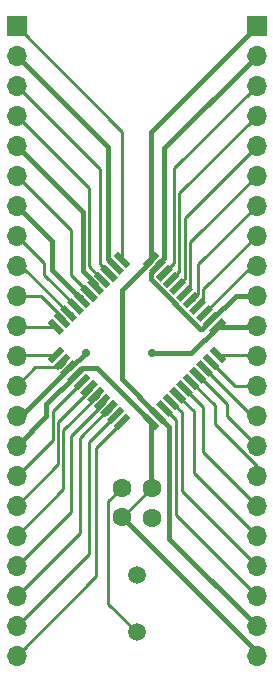
<source format=gtl>
%TF.GenerationSoftware,KiCad,Pcbnew,(5.1.7)-1*%
%TF.CreationDate,2020-11-07T21:13:55-05:00*%
%TF.ProjectId,ATmega32u4 Breakout,41546d65-6761-4333-9275-342042726561,rev?*%
%TF.SameCoordinates,Original*%
%TF.FileFunction,Copper,L1,Top*%
%TF.FilePolarity,Positive*%
%FSLAX46Y46*%
G04 Gerber Fmt 4.6, Leading zero omitted, Abs format (unit mm)*
G04 Created by KiCad (PCBNEW (5.1.7)-1) date 2020-11-07 21:13:55*
%MOMM*%
%LPD*%
G01*
G04 APERTURE LIST*
%TA.AperFunction,ComponentPad*%
%ADD10C,1.500000*%
%TD*%
%TA.AperFunction,SMDPad,CuDef*%
%ADD11C,0.100000*%
%TD*%
%TA.AperFunction,ComponentPad*%
%ADD12R,1.700000X1.700000*%
%TD*%
%TA.AperFunction,ComponentPad*%
%ADD13O,1.700000X1.700000*%
%TD*%
%TA.AperFunction,ComponentPad*%
%ADD14C,1.600000*%
%TD*%
%TA.AperFunction,ViaPad*%
%ADD15C,0.700000*%
%TD*%
%TA.AperFunction,ViaPad*%
%ADD16C,0.800000*%
%TD*%
%TA.AperFunction,Conductor*%
%ADD17C,0.250000*%
%TD*%
%TA.AperFunction,Conductor*%
%ADD18C,0.400000*%
%TD*%
G04 APERTURE END LIST*
D10*
%TO.P,Y1,1*%
%TO.N,XTAL1*%
X141986000Y-117602000D03*
%TO.P,Y1,2*%
%TO.N,XTAL2*%
X141986000Y-122482000D03*
%TD*%
%TA.AperFunction,SMDPad,CuDef*%
D11*
%TO.P,U1,1*%
%TO.N,D7*%
G36*
X140059134Y-90595188D02*
G01*
X140448042Y-90206280D01*
X141508702Y-91266940D01*
X141119794Y-91655848D01*
X140059134Y-90595188D01*
G37*
%TD.AperFunction*%
%TA.AperFunction,SMDPad,CuDef*%
%TO.P,U1,2*%
%TO.N,UVCC*%
G36*
X139493449Y-91160874D02*
G01*
X139882357Y-90771966D01*
X140943017Y-91832626D01*
X140554109Y-92221534D01*
X139493449Y-91160874D01*
G37*
%TD.AperFunction*%
%TA.AperFunction,SMDPad,CuDef*%
%TO.P,U1,3*%
%TO.N,D-*%
G36*
X138927764Y-91726559D02*
G01*
X139316672Y-91337651D01*
X140377332Y-92398311D01*
X139988424Y-92787219D01*
X138927764Y-91726559D01*
G37*
%TD.AperFunction*%
%TA.AperFunction,SMDPad,CuDef*%
%TO.P,U1,4*%
%TO.N,D+*%
G36*
X138362078Y-92292244D02*
G01*
X138750986Y-91903336D01*
X139811646Y-92963996D01*
X139422738Y-93352904D01*
X138362078Y-92292244D01*
G37*
%TD.AperFunction*%
%TA.AperFunction,SMDPad,CuDef*%
%TO.P,U1,5*%
%TO.N,UGND*%
G36*
X137796393Y-92857930D02*
G01*
X138185301Y-92469022D01*
X139245961Y-93529682D01*
X138857053Y-93918590D01*
X137796393Y-92857930D01*
G37*
%TD.AperFunction*%
%TA.AperFunction,SMDPad,CuDef*%
%TO.P,U1,6*%
%TO.N,UCAP*%
G36*
X137230707Y-93423615D02*
G01*
X137619615Y-93034707D01*
X138680275Y-94095367D01*
X138291367Y-94484275D01*
X137230707Y-93423615D01*
G37*
%TD.AperFunction*%
%TA.AperFunction,SMDPad,CuDef*%
%TO.P,U1,7*%
%TO.N,VBUS*%
G36*
X136665022Y-93989301D02*
G01*
X137053930Y-93600393D01*
X138114590Y-94661053D01*
X137725682Y-95049961D01*
X136665022Y-93989301D01*
G37*
%TD.AperFunction*%
%TA.AperFunction,SMDPad,CuDef*%
%TO.P,U1,8*%
%TO.N,PB0*%
G36*
X136099336Y-94554986D02*
G01*
X136488244Y-94166078D01*
X137548904Y-95226738D01*
X137159996Y-95615646D01*
X136099336Y-94554986D01*
G37*
%TD.AperFunction*%
%TA.AperFunction,SMDPad,CuDef*%
%TO.P,U1,9*%
%TO.N,PB1*%
G36*
X135533651Y-95120672D02*
G01*
X135922559Y-94731764D01*
X136983219Y-95792424D01*
X136594311Y-96181332D01*
X135533651Y-95120672D01*
G37*
%TD.AperFunction*%
%TA.AperFunction,SMDPad,CuDef*%
%TO.P,U1,10*%
%TO.N,PB2*%
G36*
X134967966Y-95686357D02*
G01*
X135356874Y-95297449D01*
X136417534Y-96358109D01*
X136028626Y-96747017D01*
X134967966Y-95686357D01*
G37*
%TD.AperFunction*%
%TA.AperFunction,SMDPad,CuDef*%
%TO.P,U1,11*%
%TO.N,PB3*%
G36*
X134402280Y-96252042D02*
G01*
X134791188Y-95863134D01*
X135851848Y-96923794D01*
X135462940Y-97312702D01*
X134402280Y-96252042D01*
G37*
%TD.AperFunction*%
%TA.AperFunction,SMDPad,CuDef*%
%TO.P,U1,12*%
%TO.N,PB7*%
G36*
X134791188Y-99716866D02*
G01*
X134402280Y-99327958D01*
X135462940Y-98267298D01*
X135851848Y-98656206D01*
X134791188Y-99716866D01*
G37*
%TD.AperFunction*%
%TA.AperFunction,SMDPad,CuDef*%
%TO.P,U1,13*%
%TO.N,RESET*%
G36*
X135356874Y-100282551D02*
G01*
X134967966Y-99893643D01*
X136028626Y-98832983D01*
X136417534Y-99221891D01*
X135356874Y-100282551D01*
G37*
%TD.AperFunction*%
%TA.AperFunction,SMDPad,CuDef*%
%TO.P,U1,14*%
%TO.N,VCC*%
G36*
X135922559Y-100848236D02*
G01*
X135533651Y-100459328D01*
X136594311Y-99398668D01*
X136983219Y-99787576D01*
X135922559Y-100848236D01*
G37*
%TD.AperFunction*%
%TA.AperFunction,SMDPad,CuDef*%
%TO.P,U1,15*%
%TO.N,GND*%
G36*
X136488244Y-101413922D02*
G01*
X136099336Y-101025014D01*
X137159996Y-99964354D01*
X137548904Y-100353262D01*
X136488244Y-101413922D01*
G37*
%TD.AperFunction*%
%TA.AperFunction,SMDPad,CuDef*%
%TO.P,U1,16*%
%TO.N,XTAL2*%
G36*
X137053930Y-101979607D02*
G01*
X136665022Y-101590699D01*
X137725682Y-100530039D01*
X138114590Y-100918947D01*
X137053930Y-101979607D01*
G37*
%TD.AperFunction*%
%TA.AperFunction,SMDPad,CuDef*%
%TO.P,U1,17*%
%TO.N,XTAL1*%
G36*
X137619615Y-102545293D02*
G01*
X137230707Y-102156385D01*
X138291367Y-101095725D01*
X138680275Y-101484633D01*
X137619615Y-102545293D01*
G37*
%TD.AperFunction*%
%TA.AperFunction,SMDPad,CuDef*%
%TO.P,U1,18*%
%TO.N,PD0*%
G36*
X138185301Y-103110978D02*
G01*
X137796393Y-102722070D01*
X138857053Y-101661410D01*
X139245961Y-102050318D01*
X138185301Y-103110978D01*
G37*
%TD.AperFunction*%
%TA.AperFunction,SMDPad,CuDef*%
%TO.P,U1,19*%
%TO.N,PD1*%
G36*
X138750986Y-103676664D02*
G01*
X138362078Y-103287756D01*
X139422738Y-102227096D01*
X139811646Y-102616004D01*
X138750986Y-103676664D01*
G37*
%TD.AperFunction*%
%TA.AperFunction,SMDPad,CuDef*%
%TO.P,U1,20*%
%TO.N,PD2*%
G36*
X139316672Y-104242349D02*
G01*
X138927764Y-103853441D01*
X139988424Y-102792781D01*
X140377332Y-103181689D01*
X139316672Y-104242349D01*
G37*
%TD.AperFunction*%
%TA.AperFunction,SMDPad,CuDef*%
%TO.P,U1,21*%
%TO.N,PD3*%
G36*
X139882357Y-104808034D02*
G01*
X139493449Y-104419126D01*
X140554109Y-103358466D01*
X140943017Y-103747374D01*
X139882357Y-104808034D01*
G37*
%TD.AperFunction*%
%TA.AperFunction,SMDPad,CuDef*%
%TO.P,U1,22*%
%TO.N,PD5*%
G36*
X140448042Y-105373720D02*
G01*
X140059134Y-104984812D01*
X141119794Y-103924152D01*
X141508702Y-104313060D01*
X140448042Y-105373720D01*
G37*
%TD.AperFunction*%
%TA.AperFunction,SMDPad,CuDef*%
%TO.P,U1,23*%
%TO.N,GND*%
G36*
X142463298Y-104313060D02*
G01*
X142852206Y-103924152D01*
X143912866Y-104984812D01*
X143523958Y-105373720D01*
X142463298Y-104313060D01*
G37*
%TD.AperFunction*%
%TA.AperFunction,SMDPad,CuDef*%
%TO.P,U1,24*%
%TO.N,AVCC*%
G36*
X143028983Y-103747374D02*
G01*
X143417891Y-103358466D01*
X144478551Y-104419126D01*
X144089643Y-104808034D01*
X143028983Y-103747374D01*
G37*
%TD.AperFunction*%
%TA.AperFunction,SMDPad,CuDef*%
%TO.P,U1,25*%
%TO.N,PD4*%
G36*
X143594668Y-103181689D02*
G01*
X143983576Y-102792781D01*
X145044236Y-103853441D01*
X144655328Y-104242349D01*
X143594668Y-103181689D01*
G37*
%TD.AperFunction*%
%TA.AperFunction,SMDPad,CuDef*%
%TO.P,U1,26*%
%TO.N,PD6*%
G36*
X144160354Y-102616004D02*
G01*
X144549262Y-102227096D01*
X145609922Y-103287756D01*
X145221014Y-103676664D01*
X144160354Y-102616004D01*
G37*
%TD.AperFunction*%
%TA.AperFunction,SMDPad,CuDef*%
%TO.P,U1,27*%
%TO.N,PD7*%
G36*
X144726039Y-102050318D02*
G01*
X145114947Y-101661410D01*
X146175607Y-102722070D01*
X145786699Y-103110978D01*
X144726039Y-102050318D01*
G37*
%TD.AperFunction*%
%TA.AperFunction,SMDPad,CuDef*%
%TO.P,U1,28*%
%TO.N,PB4*%
G36*
X145291725Y-101484633D02*
G01*
X145680633Y-101095725D01*
X146741293Y-102156385D01*
X146352385Y-102545293D01*
X145291725Y-101484633D01*
G37*
%TD.AperFunction*%
%TA.AperFunction,SMDPad,CuDef*%
%TO.P,U1,29*%
%TO.N,PB5*%
G36*
X145857410Y-100918947D02*
G01*
X146246318Y-100530039D01*
X147306978Y-101590699D01*
X146918070Y-101979607D01*
X145857410Y-100918947D01*
G37*
%TD.AperFunction*%
%TA.AperFunction,SMDPad,CuDef*%
%TO.P,U1,30*%
%TO.N,PB6*%
G36*
X146423096Y-100353262D02*
G01*
X146812004Y-99964354D01*
X147872664Y-101025014D01*
X147483756Y-101413922D01*
X146423096Y-100353262D01*
G37*
%TD.AperFunction*%
%TA.AperFunction,SMDPad,CuDef*%
%TO.P,U1,31*%
%TO.N,PC6*%
G36*
X146988781Y-99787576D02*
G01*
X147377689Y-99398668D01*
X148438349Y-100459328D01*
X148049441Y-100848236D01*
X146988781Y-99787576D01*
G37*
%TD.AperFunction*%
%TA.AperFunction,SMDPad,CuDef*%
%TO.P,U1,32*%
%TO.N,PC7*%
G36*
X147554466Y-99221891D02*
G01*
X147943374Y-98832983D01*
X149004034Y-99893643D01*
X148615126Y-100282551D01*
X147554466Y-99221891D01*
G37*
%TD.AperFunction*%
%TA.AperFunction,SMDPad,CuDef*%
%TO.P,U1,33*%
%TO.N,PE2*%
G36*
X148120152Y-98656206D02*
G01*
X148509060Y-98267298D01*
X149569720Y-99327958D01*
X149180812Y-99716866D01*
X148120152Y-98656206D01*
G37*
%TD.AperFunction*%
%TA.AperFunction,SMDPad,CuDef*%
%TO.P,U1,34*%
%TO.N,VCC*%
G36*
X148509060Y-97312702D02*
G01*
X148120152Y-96923794D01*
X149180812Y-95863134D01*
X149569720Y-96252042D01*
X148509060Y-97312702D01*
G37*
%TD.AperFunction*%
%TA.AperFunction,SMDPad,CuDef*%
%TO.P,U1,35*%
%TO.N,GND*%
G36*
X147943374Y-96747017D02*
G01*
X147554466Y-96358109D01*
X148615126Y-95297449D01*
X149004034Y-95686357D01*
X147943374Y-96747017D01*
G37*
%TD.AperFunction*%
%TA.AperFunction,SMDPad,CuDef*%
%TO.P,U1,36*%
%TO.N,PF7*%
G36*
X147377689Y-96181332D02*
G01*
X146988781Y-95792424D01*
X148049441Y-94731764D01*
X148438349Y-95120672D01*
X147377689Y-96181332D01*
G37*
%TD.AperFunction*%
%TA.AperFunction,SMDPad,CuDef*%
%TO.P,U1,37*%
%TO.N,PF6*%
G36*
X146812004Y-95615646D02*
G01*
X146423096Y-95226738D01*
X147483756Y-94166078D01*
X147872664Y-94554986D01*
X146812004Y-95615646D01*
G37*
%TD.AperFunction*%
%TA.AperFunction,SMDPad,CuDef*%
%TO.P,U1,38*%
%TO.N,PF5*%
G36*
X146246318Y-95049961D02*
G01*
X145857410Y-94661053D01*
X146918070Y-93600393D01*
X147306978Y-93989301D01*
X146246318Y-95049961D01*
G37*
%TD.AperFunction*%
%TA.AperFunction,SMDPad,CuDef*%
%TO.P,U1,39*%
%TO.N,PF4*%
G36*
X145680633Y-94484275D02*
G01*
X145291725Y-94095367D01*
X146352385Y-93034707D01*
X146741293Y-93423615D01*
X145680633Y-94484275D01*
G37*
%TD.AperFunction*%
%TA.AperFunction,SMDPad,CuDef*%
%TO.P,U1,40*%
%TO.N,PF1*%
G36*
X145114947Y-93918590D02*
G01*
X144726039Y-93529682D01*
X145786699Y-92469022D01*
X146175607Y-92857930D01*
X145114947Y-93918590D01*
G37*
%TD.AperFunction*%
%TA.AperFunction,SMDPad,CuDef*%
%TO.P,U1,41*%
%TO.N,PF0*%
G36*
X144549262Y-93352904D02*
G01*
X144160354Y-92963996D01*
X145221014Y-91903336D01*
X145609922Y-92292244D01*
X144549262Y-93352904D01*
G37*
%TD.AperFunction*%
%TA.AperFunction,SMDPad,CuDef*%
%TO.P,U1,42*%
%TO.N,AREF*%
G36*
X143983576Y-92787219D02*
G01*
X143594668Y-92398311D01*
X144655328Y-91337651D01*
X145044236Y-91726559D01*
X143983576Y-92787219D01*
G37*
%TD.AperFunction*%
%TA.AperFunction,SMDPad,CuDef*%
%TO.P,U1,43*%
%TO.N,GND*%
G36*
X143417891Y-92221534D02*
G01*
X143028983Y-91832626D01*
X144089643Y-90771966D01*
X144478551Y-91160874D01*
X143417891Y-92221534D01*
G37*
%TD.AperFunction*%
%TA.AperFunction,SMDPad,CuDef*%
%TO.P,U1,44*%
%TO.N,AVCC*%
G36*
X142852206Y-91655848D02*
G01*
X142463298Y-91266940D01*
X143523958Y-90206280D01*
X143912866Y-90595188D01*
X142852206Y-91655848D01*
G37*
%TD.AperFunction*%
%TD*%
D12*
%TO.P,J1,1*%
%TO.N,D7*%
X131826000Y-71120000D03*
D13*
%TO.P,J1,2*%
%TO.N,UVCC*%
X131826000Y-73660000D03*
%TO.P,J1,3*%
%TO.N,D-*%
X131826000Y-76200000D03*
%TO.P,J1,4*%
%TO.N,D+*%
X131826000Y-78740000D03*
%TO.P,J1,5*%
%TO.N,UGND*%
X131826000Y-81280000D03*
%TO.P,J1,6*%
%TO.N,UCAP*%
X131826000Y-83820000D03*
%TO.P,J1,7*%
%TO.N,VBUS*%
X131826000Y-86360000D03*
%TO.P,J1,8*%
%TO.N,PB0*%
X131826000Y-88900000D03*
%TO.P,J1,9*%
%TO.N,PB1*%
X131826000Y-91440000D03*
%TO.P,J1,10*%
%TO.N,PB2*%
X131826000Y-93980000D03*
%TO.P,J1,11*%
%TO.N,PB3*%
X131826000Y-96520000D03*
%TO.P,J1,12*%
%TO.N,PB7*%
X131826000Y-99060000D03*
%TO.P,J1,13*%
%TO.N,RESET*%
X131826000Y-101600000D03*
%TO.P,J1,14*%
%TO.N,VCC*%
X131826000Y-104140000D03*
%TO.P,J1,15*%
%TO.N,GND*%
X131826000Y-106680000D03*
%TO.P,J1,16*%
%TO.N,XTAL2*%
X131826000Y-109220000D03*
%TO.P,J1,17*%
%TO.N,XTAL1*%
X131826000Y-111760000D03*
%TO.P,J1,18*%
%TO.N,PD0*%
X131826000Y-114300000D03*
%TO.P,J1,19*%
%TO.N,PD1*%
X131826000Y-116840000D03*
%TO.P,J1,20*%
%TO.N,PD2*%
X131826000Y-119380000D03*
%TO.P,J1,21*%
%TO.N,PD3*%
X131826000Y-121920000D03*
%TO.P,J1,22*%
%TO.N,PD5*%
X131826000Y-124460000D03*
%TD*%
%TO.P,J2,22*%
%TO.N,GND*%
X152146000Y-124460000D03*
%TO.P,J2,21*%
%TO.N,AVCC*%
X152146000Y-121920000D03*
%TO.P,J2,20*%
%TO.N,PD4*%
X152146000Y-119380000D03*
%TO.P,J2,19*%
%TO.N,PD6*%
X152146000Y-116840000D03*
%TO.P,J2,18*%
%TO.N,PD7*%
X152146000Y-114300000D03*
%TO.P,J2,17*%
%TO.N,PB4*%
X152146000Y-111760000D03*
%TO.P,J2,16*%
%TO.N,PB5*%
X152146000Y-109220000D03*
%TO.P,J2,15*%
%TO.N,PB6*%
X152146000Y-106680000D03*
%TO.P,J2,14*%
%TO.N,PC6*%
X152146000Y-104140000D03*
%TO.P,J2,13*%
%TO.N,PC7*%
X152146000Y-101600000D03*
%TO.P,J2,12*%
%TO.N,PE2*%
X152146000Y-99060000D03*
%TO.P,J2,11*%
%TO.N,VCC*%
X152146000Y-96520000D03*
%TO.P,J2,10*%
%TO.N,GND*%
X152146000Y-93980000D03*
%TO.P,J2,9*%
%TO.N,PF7*%
X152146000Y-91440000D03*
%TO.P,J2,8*%
%TO.N,PF6*%
X152146000Y-88900000D03*
%TO.P,J2,7*%
%TO.N,PF5*%
X152146000Y-86360000D03*
%TO.P,J2,6*%
%TO.N,PF4*%
X152146000Y-83820000D03*
%TO.P,J2,5*%
%TO.N,PF1*%
X152146000Y-81280000D03*
%TO.P,J2,4*%
%TO.N,PF0*%
X152146000Y-78740000D03*
%TO.P,J2,3*%
%TO.N,AREF*%
X152146000Y-76200000D03*
%TO.P,J2,2*%
%TO.N,GND*%
X152146000Y-73660000D03*
D12*
%TO.P,J2,1*%
%TO.N,AVCC*%
X152146000Y-71120000D03*
%TD*%
D14*
%TO.P,C2,1*%
%TO.N,XTAL1*%
X143256000Y-112776000D03*
%TO.P,C2,2*%
%TO.N,GND*%
X143256000Y-110276000D03*
%TD*%
%TO.P,C1,2*%
%TO.N,GND*%
X140716000Y-112736000D03*
%TO.P,C1,1*%
%TO.N,XTAL2*%
X140716000Y-110236000D03*
%TD*%
D15*
%TO.N,VCC*%
X137668000Y-98806000D03*
X143256000Y-98806000D03*
D16*
%TO.N,XTAL1*%
X131826000Y-111760000D03*
%TD*%
D17*
%TO.N,D7*%
X140783918Y-80077918D02*
X131826000Y-71120000D01*
X140783918Y-90931064D02*
X140783918Y-80077918D01*
D18*
%TO.N,UVCC*%
X139559124Y-90837641D02*
X140218233Y-91496750D01*
X139559124Y-81393124D02*
X139559124Y-90837641D01*
X131826000Y-73660000D02*
X139559124Y-81393124D01*
D17*
%TO.N,D-*%
X138885612Y-91295499D02*
X139652548Y-92062435D01*
X138885612Y-83259612D02*
X138885612Y-91295499D01*
X131826000Y-76200000D02*
X138885612Y-83259612D01*
%TO.N,D+*%
X139086862Y-92628120D02*
X138602754Y-92144012D01*
X137939010Y-91480268D02*
X139086862Y-92628120D01*
X137939010Y-84853010D02*
X137939010Y-91480268D01*
X131826000Y-78740000D02*
X137939010Y-84853010D01*
D18*
%TO.N,UGND*%
X138521177Y-93017045D02*
X137414000Y-91909868D01*
X138521177Y-93193806D02*
X138521177Y-93017045D01*
X137414000Y-86868000D02*
X131826000Y-81280000D01*
X137414000Y-91909868D02*
X137414000Y-86868000D01*
D17*
%TO.N,UCAP*%
X136455990Y-88449990D02*
X131826000Y-83820000D01*
X136455990Y-92259990D02*
X136455990Y-88449990D01*
X137955491Y-93759491D02*
X136455990Y-92259990D01*
%TO.N,VBUS*%
X137389806Y-94325177D02*
X137389806Y-94042350D01*
D18*
X134795000Y-89329000D02*
X131826000Y-86360000D01*
X134795000Y-91765710D02*
X134795000Y-89329000D01*
X137354467Y-94325177D02*
X134795000Y-91765710D01*
X137389806Y-94325177D02*
X137354467Y-94325177D01*
D17*
%TO.N,PB0*%
X134169990Y-91243990D02*
X131826000Y-88900000D01*
X134169990Y-92236732D02*
X134169990Y-91243990D01*
X136824120Y-94890862D02*
X134169990Y-92236732D01*
%TO.N,PB1*%
X136229609Y-95456548D02*
X132210062Y-91437001D01*
X136512435Y-95456548D02*
X136229609Y-95456548D01*
%TO.N,PB2*%
X135946750Y-96022233D02*
X133901518Y-93977001D01*
X131828999Y-93977001D02*
X131826000Y-93980000D01*
X133901518Y-93977001D02*
X131828999Y-93977001D01*
%TO.N,PB3*%
X131893918Y-96587918D02*
X131826000Y-96520000D01*
X135127064Y-96587918D02*
X131893918Y-96587918D01*
%TO.N,PB7*%
X131893918Y-98992082D02*
X131826000Y-99060000D01*
X135127064Y-98992082D02*
X131893918Y-98992082D01*
%TO.N,RESET*%
X135946750Y-99557767D02*
X135462641Y-100041876D01*
X133384124Y-100041876D02*
X131826000Y-101600000D01*
X135208641Y-100041876D02*
X133384124Y-100041876D01*
X135692750Y-99557767D02*
X135208641Y-100041876D01*
D18*
%TO.N,VCC*%
X152078082Y-96587918D02*
X152146000Y-96520000D01*
X148844936Y-96587918D02*
X152078082Y-96587918D01*
X132241887Y-104140000D02*
X131826000Y-104140000D01*
X136258435Y-100123452D02*
X132241887Y-104140000D01*
X136350548Y-100123452D02*
X137668000Y-98806000D01*
X136258435Y-100123452D02*
X136350548Y-100123452D01*
X146626854Y-98806000D02*
X148844936Y-96587918D01*
X143256000Y-98806000D02*
X146626854Y-98806000D01*
D17*
%TO.N,GND*%
X140796000Y-112736000D02*
X140716000Y-112736000D01*
X143256000Y-110276000D02*
X140796000Y-112736000D01*
D18*
X148279250Y-96022233D02*
X148325767Y-96022233D01*
X150368000Y-93980000D02*
X152146000Y-93980000D01*
X148325767Y-96022233D02*
X150368000Y-93980000D01*
X143188082Y-110208082D02*
X143256000Y-110276000D01*
X143188082Y-104648936D02*
X143188082Y-110208082D01*
X134348990Y-104157010D02*
X131826000Y-106680000D01*
X134348990Y-103164268D02*
X134348990Y-104157010D01*
X136824120Y-100689138D02*
X134348990Y-103164268D01*
X138669175Y-100130029D02*
X143188082Y-104648936D01*
X137383229Y-100130029D02*
X138669175Y-100130029D01*
X136824120Y-100689138D02*
X137383229Y-100130029D01*
X147543381Y-96758102D02*
X148279250Y-96022233D01*
X147388759Y-96758102D02*
X147543381Y-96758102D01*
X143194658Y-92564001D02*
X147388759Y-96758102D01*
X143194658Y-92055859D02*
X143194658Y-92564001D01*
X143753767Y-91496750D02*
X143194658Y-92055859D01*
X144312876Y-81493124D02*
X152146000Y-73660000D01*
X144312876Y-90760880D02*
X144312876Y-81493124D01*
X143753767Y-91319989D02*
X144312876Y-90760880D01*
X143753767Y-91496750D02*
X143753767Y-91319989D01*
X152146000Y-124166000D02*
X152146000Y-124460000D01*
X140716000Y-112736000D02*
X152146000Y-124166000D01*
D17*
%TO.N,XTAL2*%
X131826000Y-109220000D02*
X131730002Y-109220000D01*
X134874000Y-106172000D02*
X131826000Y-109220000D01*
X134874000Y-103770629D02*
X134874000Y-106172000D01*
X137389806Y-101254823D02*
X134874000Y-103770629D01*
X139590999Y-120086999D02*
X139590999Y-111361001D01*
X139590999Y-111361001D02*
X140716000Y-110236000D01*
X141986000Y-122482000D02*
X139590999Y-120086999D01*
%TO.N,XTAL1*%
X131778001Y-111757001D02*
X131682003Y-111757001D01*
X135324010Y-104705990D02*
X135324010Y-108258991D01*
X138209491Y-101820509D02*
X135324010Y-104705990D01*
X135324010Y-108258991D02*
X131826000Y-111757001D01*
%TO.N,PD0*%
X135774019Y-110351981D02*
X131826000Y-114300000D01*
X135774019Y-105387352D02*
X135774019Y-110351981D01*
X138775177Y-102386194D02*
X135774019Y-105387352D01*
%TO.N,PD1*%
X136398000Y-112268000D02*
X131826000Y-116840000D01*
X136398000Y-105894742D02*
X136398000Y-112268000D01*
X139340862Y-102951880D02*
X136398000Y-105894742D01*
%TO.N,PD2*%
X139906548Y-103517565D02*
X139422439Y-104001674D01*
X137160000Y-114046000D02*
X131826000Y-119380000D01*
X137160000Y-106010113D02*
X137160000Y-106680000D01*
X139652548Y-103517565D02*
X137160000Y-106010113D01*
X137160000Y-106680000D02*
X137160000Y-114046000D01*
X137160000Y-106426000D02*
X137160000Y-106680000D01*
%TO.N,PD3*%
X131826000Y-121920000D02*
X137922000Y-115824000D01*
X137922000Y-114300000D02*
X137922000Y-114458002D01*
X137922000Y-106379483D02*
X137922000Y-114808000D01*
X140218233Y-104083250D02*
X137922000Y-106379483D01*
X137922000Y-114808000D02*
X137922000Y-114300000D01*
X137922000Y-115824000D02*
X137922000Y-114808000D01*
%TO.N,PD5*%
X138574999Y-117711001D02*
X131826000Y-124460000D01*
X138574999Y-106857855D02*
X138574999Y-117711001D01*
X140783918Y-104648936D02*
X138574999Y-106857855D01*
D18*
%TO.N,AVCC*%
X143188082Y-80077918D02*
X143188082Y-90931064D01*
X152146000Y-71120000D02*
X143188082Y-80077918D01*
X143753767Y-104083250D02*
X144762990Y-105092473D01*
X144762990Y-114536990D02*
X152146000Y-121920000D01*
X144762990Y-105092473D02*
X144762990Y-114536990D01*
X143188082Y-90931064D02*
X143188082Y-90999918D01*
X140716000Y-101045483D02*
X143753767Y-104083250D01*
X140716000Y-93472000D02*
X140716000Y-101045483D01*
X143188082Y-90999918D02*
X140716000Y-93472000D01*
D17*
%TO.N,PD4*%
X144319452Y-103517565D02*
X145288000Y-104486113D01*
X145288000Y-112522000D02*
X152146000Y-119380000D01*
X145288000Y-104486113D02*
X145288000Y-112522000D01*
%TO.N,PD6*%
X144885138Y-102951880D02*
X145796000Y-103862742D01*
X145796000Y-110490000D02*
X152146000Y-116840000D01*
X145796000Y-103862742D02*
X145796000Y-110490000D01*
%TO.N,PD7*%
X145450823Y-102386194D02*
X146812000Y-103747371D01*
X146812000Y-108966000D02*
X152146000Y-114300000D01*
X146812000Y-103747371D02*
X146812000Y-108966000D01*
%TO.N,PB4*%
X146016509Y-101820509D02*
X147574000Y-103378000D01*
X147574000Y-107188000D02*
X152146000Y-111760000D01*
X147574000Y-103378000D02*
X147574000Y-107188000D01*
%TO.N,PB5*%
X152146000Y-108419002D02*
X148590000Y-104863002D01*
X152146000Y-109220000D02*
X152146000Y-108419002D01*
X148590000Y-103262629D02*
X146582194Y-101254823D01*
X148590000Y-104863002D02*
X148590000Y-103262629D01*
%TO.N,PB6*%
X152146000Y-106680000D02*
X149606000Y-104140000D01*
X149606000Y-103147258D02*
X147147880Y-100689138D01*
X149606000Y-104140000D02*
X149606000Y-103147258D01*
%TO.N,PC7*%
X150321483Y-101600000D02*
X148279250Y-99557767D01*
X152146000Y-101600000D02*
X150321483Y-101600000D01*
%TO.N,PE2*%
X152078082Y-98992082D02*
X152146000Y-99060000D01*
X149098936Y-98992082D02*
X152078082Y-98992082D01*
%TO.N,PF7*%
X151984113Y-91440000D02*
X152146000Y-91440000D01*
X151730113Y-91440000D02*
X152146000Y-91440000D01*
X147713565Y-95456548D02*
X151730113Y-91440000D01*
%TO.N,PF6*%
X147631988Y-93414012D02*
X152146000Y-88900000D01*
X147631988Y-94406754D02*
X147631988Y-93414012D01*
X147147880Y-94890862D02*
X147631988Y-94406754D01*
%TO.N,PF5*%
X146836194Y-94325177D02*
X146836194Y-94042350D01*
X146582194Y-94325177D02*
X146582194Y-94084216D01*
X147181979Y-91324021D02*
X152146000Y-86360000D01*
X147181979Y-93864021D02*
X147181979Y-91324021D01*
X146720823Y-94325177D02*
X147181979Y-93864021D01*
X146582194Y-94325177D02*
X146720823Y-94325177D01*
%TO.N,PF4*%
X146500617Y-93275383D02*
X146500617Y-89465383D01*
X146500617Y-89465383D02*
X146939000Y-89027000D01*
X146016509Y-93759491D02*
X146500617Y-93275383D01*
X146939000Y-89027000D02*
X152146000Y-83820000D01*
X146870294Y-89095706D02*
X146939000Y-89027000D01*
%TO.N,PF1*%
X146050607Y-92594022D02*
X146050607Y-87375393D01*
X146050607Y-87375393D02*
X146304000Y-87122000D01*
X145450823Y-93193806D02*
X146050607Y-92594022D01*
X146304000Y-87122000D02*
X152146000Y-81280000D01*
X146188932Y-87237068D02*
X146304000Y-87122000D01*
%TO.N,PF0*%
X145600597Y-91912661D02*
X144885138Y-92628120D01*
X145600597Y-85285403D02*
X145600597Y-91912661D01*
X152146000Y-78740000D02*
X145600597Y-85285403D01*
%TO.N,AREF*%
X145150587Y-91231300D02*
X144319452Y-92062435D01*
X145150587Y-83195413D02*
X145150587Y-91231300D01*
X152146000Y-76200000D02*
X145150587Y-83195413D01*
%TO.N,PC6*%
X151730113Y-104140000D02*
X147713565Y-100123452D01*
X152146000Y-104140000D02*
X151730113Y-104140000D01*
%TD*%
M02*

</source>
